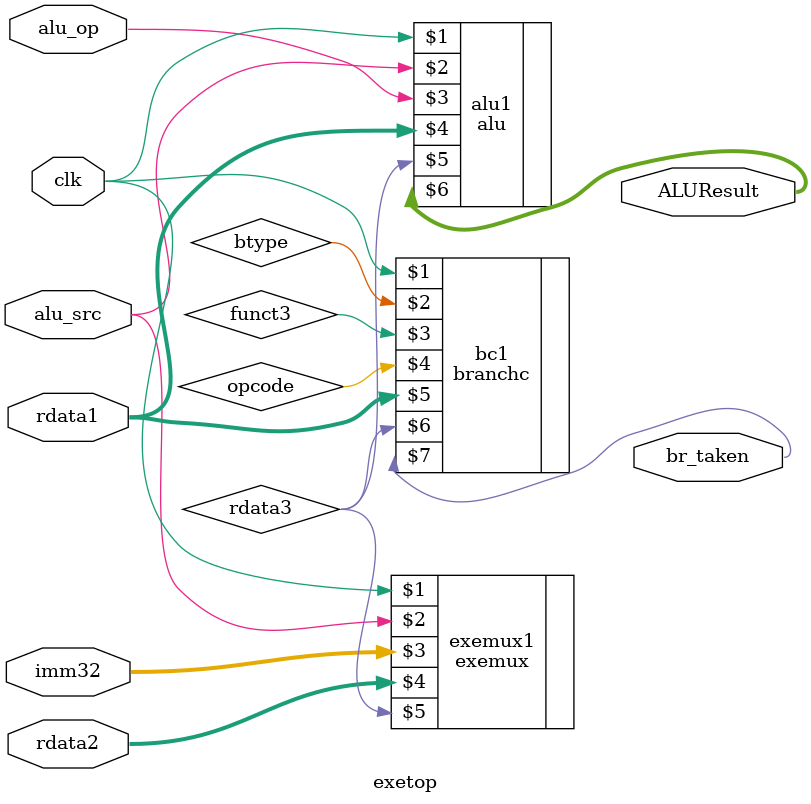
<source format=sv>
module exetop (
input bit clk,
input bit [31:0] rdata1,
input bit [31:0] rdata2,
input bit [31:0] imm32,
input bit alu_op,
input bit alu_src,
output logic [31:0] ALUResult,
output bit br_taken
);

wire rdata3;

exemux exemux1 (clk,alu_src,imm32,rdata2,rdata3);

alu alu1 (clk,alu_src,alu_op,rdata1,rdata3,ALUResult);

branchc bc1 (clk, btype,funct3,opcode,rdata1,rdata3,br_taken);

endmodule
</source>
